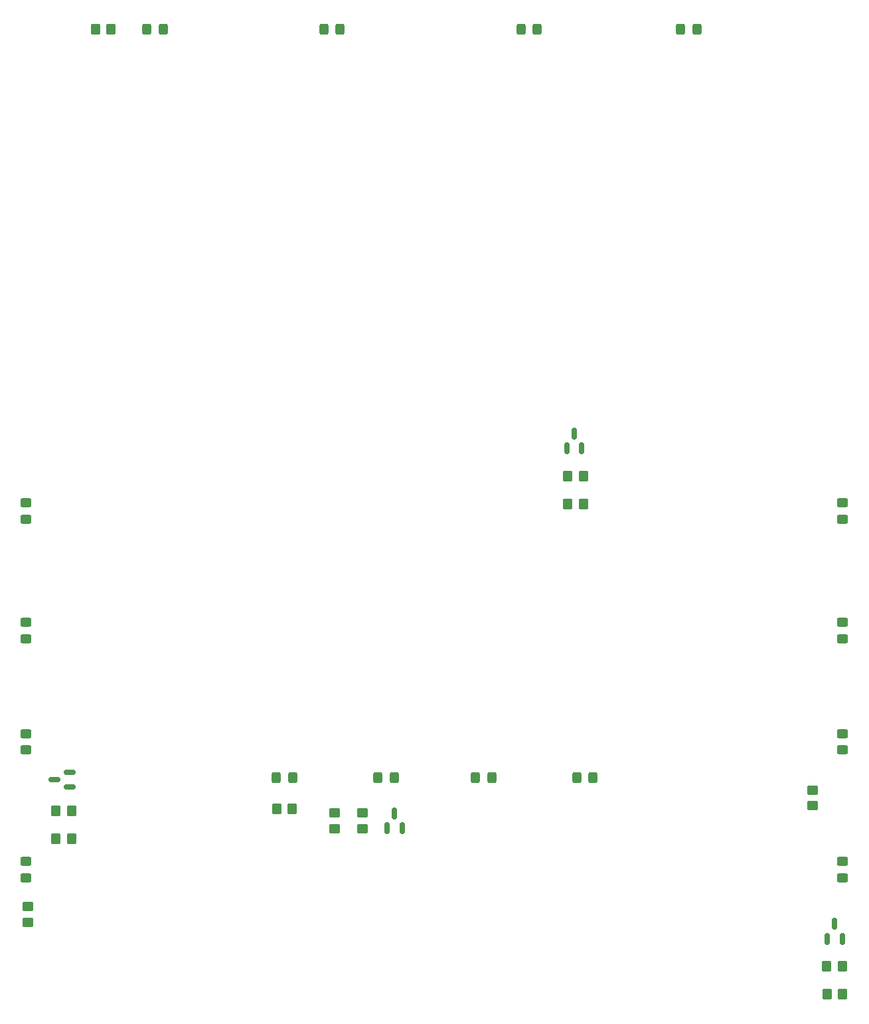
<source format=gbr>
%TF.GenerationSoftware,KiCad,Pcbnew,(7.0.0)*%
%TF.CreationDate,2023-06-10T10:48:00-03:00*%
%TF.ProjectId,Bad Thing of the Edge Keyboard,42616420-5468-4696-9e67-206f66207468,rev?*%
%TF.SameCoordinates,Original*%
%TF.FileFunction,Paste,Top*%
%TF.FilePolarity,Positive*%
%FSLAX46Y46*%
G04 Gerber Fmt 4.6, Leading zero omitted, Abs format (unit mm)*
G04 Created by KiCad (PCBNEW (7.0.0)) date 2023-06-10 10:48:00*
%MOMM*%
%LPD*%
G01*
G04 APERTURE LIST*
G04 Aperture macros list*
%AMRoundRect*
0 Rectangle with rounded corners*
0 $1 Rounding radius*
0 $2 $3 $4 $5 $6 $7 $8 $9 X,Y pos of 4 corners*
0 Add a 4 corners polygon primitive as box body*
4,1,4,$2,$3,$4,$5,$6,$7,$8,$9,$2,$3,0*
0 Add four circle primitives for the rounded corners*
1,1,$1+$1,$2,$3*
1,1,$1+$1,$4,$5*
1,1,$1+$1,$6,$7*
1,1,$1+$1,$8,$9*
0 Add four rect primitives between the rounded corners*
20,1,$1+$1,$2,$3,$4,$5,0*
20,1,$1+$1,$4,$5,$6,$7,0*
20,1,$1+$1,$6,$7,$8,$9,0*
20,1,$1+$1,$8,$9,$2,$3,0*%
G04 Aperture macros list end*
%ADD10RoundRect,0.250000X-0.350000X-0.450000X0.350000X-0.450000X0.350000X0.450000X-0.350000X0.450000X0*%
%ADD11RoundRect,0.250000X0.450000X-0.325000X0.450000X0.325000X-0.450000X0.325000X-0.450000X-0.325000X0*%
%ADD12RoundRect,0.150000X0.150000X-0.587500X0.150000X0.587500X-0.150000X0.587500X-0.150000X-0.587500X0*%
%ADD13RoundRect,0.250000X-0.325000X-0.450000X0.325000X-0.450000X0.325000X0.450000X-0.325000X0.450000X0*%
%ADD14RoundRect,0.250000X0.450000X-0.350000X0.450000X0.350000X-0.450000X0.350000X-0.450000X-0.350000X0*%
%ADD15RoundRect,0.250000X0.325000X0.450000X-0.325000X0.450000X-0.325000X-0.450000X0.325000X-0.450000X0*%
%ADD16RoundRect,0.250000X0.350000X0.450000X-0.350000X0.450000X-0.350000X-0.450000X0.350000X-0.450000X0*%
%ADD17RoundRect,0.150000X0.587500X0.150000X-0.587500X0.150000X-0.587500X-0.150000X0.587500X-0.150000X0*%
%ADD18RoundRect,0.250000X-0.450000X0.350000X-0.450000X-0.350000X0.450000X-0.350000X0.450000X0.350000X0*%
G04 APERTURE END LIST*
D10*
%TO.C,R7*%
X69089900Y-31449900D03*
X71089900Y-31449900D03*
%TD*%
%TO.C,R2*%
X64040000Y-134620000D03*
X66040000Y-134620000D03*
%TD*%
D11*
%TO.C,D15*%
X164404800Y-93862000D03*
X164404800Y-91812000D03*
%TD*%
D12*
%TO.C,Q4*%
X162438800Y-147368500D03*
X164338800Y-147368500D03*
X163388800Y-145493500D03*
%TD*%
%TO.C,Q2*%
X106304000Y-133271500D03*
X108204000Y-133271500D03*
X107254000Y-131396500D03*
%TD*%
D13*
%TO.C,D6*%
X105132900Y-126873000D03*
X107182900Y-126873000D03*
%TD*%
%TO.C,D8*%
X117578900Y-126873000D03*
X119628900Y-126873000D03*
%TD*%
D11*
%TO.C,D16*%
X164404800Y-109102000D03*
X164404800Y-107052000D03*
%TD*%
%TO.C,D2*%
X60264800Y-109102000D03*
X60264800Y-107052000D03*
%TD*%
D14*
%TO.C,R1*%
X60452000Y-145272000D03*
X60452000Y-143272000D03*
%TD*%
D11*
%TO.C,D4*%
X60264800Y-123317000D03*
X60264800Y-121267000D03*
%TD*%
D15*
%TO.C,D10*%
X145790900Y-31449900D03*
X143740900Y-31449900D03*
%TD*%
D11*
%TO.C,D13*%
X164404800Y-123317000D03*
X164404800Y-121267000D03*
%TD*%
%TO.C,D1*%
X60264800Y-93862000D03*
X60264800Y-91812000D03*
%TD*%
D14*
%TO.C,R5*%
X103124000Y-133350000D03*
X103124000Y-131350000D03*
%TD*%
D13*
%TO.C,D5*%
X92178900Y-126873000D03*
X94228900Y-126873000D03*
%TD*%
D10*
%TO.C,R4*%
X92202000Y-130810000D03*
X94202000Y-130810000D03*
%TD*%
D11*
%TO.C,D3*%
X60264800Y-139582000D03*
X60264800Y-137532000D03*
%TD*%
D16*
%TO.C,R8*%
X131318000Y-91948000D03*
X129318000Y-91948000D03*
%TD*%
D13*
%TO.C,D7*%
X130523900Y-126873000D03*
X132573900Y-126873000D03*
%TD*%
D10*
%TO.C,R9*%
X129318000Y-88392000D03*
X131318000Y-88392000D03*
%TD*%
D15*
%TO.C,D11*%
X77718900Y-31449900D03*
X75668900Y-31449900D03*
%TD*%
D16*
%TO.C,R11*%
X164388800Y-154432000D03*
X162388800Y-154432000D03*
%TD*%
%TO.C,R3*%
X66040000Y-131064000D03*
X64040000Y-131064000D03*
%TD*%
D11*
%TO.C,D14*%
X164404800Y-139582000D03*
X164404800Y-137532000D03*
%TD*%
D14*
%TO.C,R10*%
X160594800Y-130429000D03*
X160594800Y-128429000D03*
%TD*%
D12*
%TO.C,Q3*%
X129192500Y-84836000D03*
X131092500Y-84836000D03*
X130142500Y-82961000D03*
%TD*%
D17*
%TO.C,Q1*%
X65774300Y-128016000D03*
X65774300Y-126116000D03*
X63899300Y-127066000D03*
%TD*%
D15*
%TO.C,D12*%
X100315900Y-31449900D03*
X98265900Y-31449900D03*
%TD*%
D18*
%TO.C,R6*%
X99568000Y-131350000D03*
X99568000Y-133350000D03*
%TD*%
D15*
%TO.C,D9*%
X125461900Y-31449900D03*
X123411900Y-31449900D03*
%TD*%
D10*
%TO.C,R12*%
X162338000Y-150876000D03*
X164338000Y-150876000D03*
%TD*%
M02*

</source>
